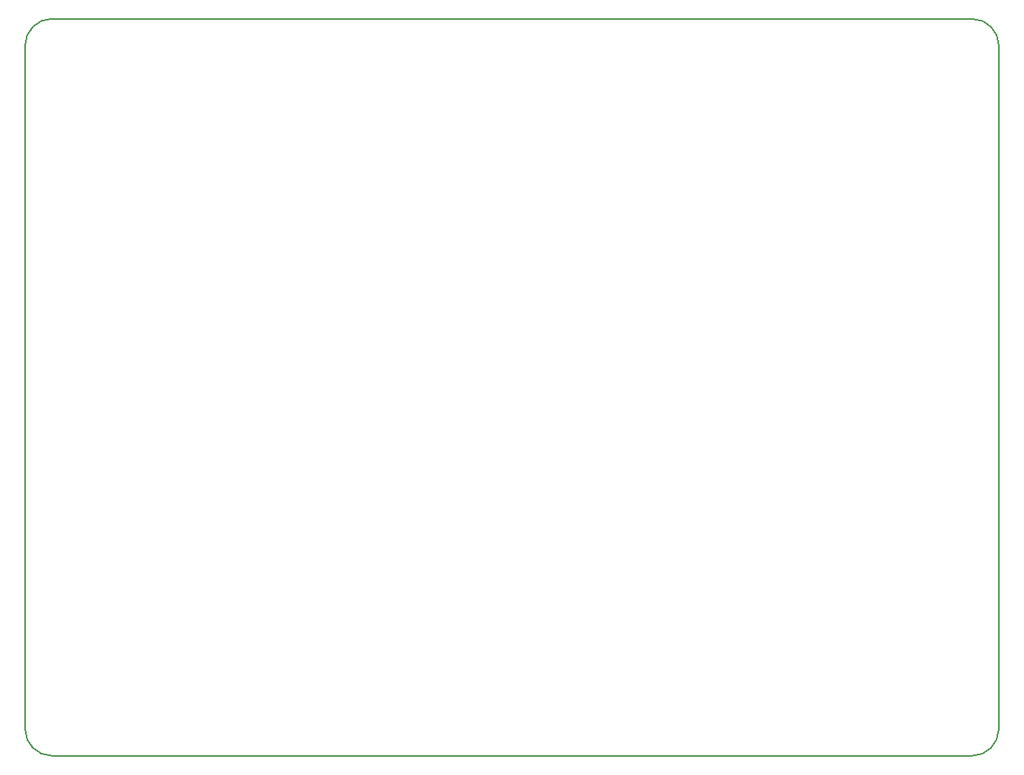
<source format=gbr>
%TF.GenerationSoftware,KiCad,Pcbnew,(6.0.4-0)*%
%TF.CreationDate,2022-07-05T10:49:52+02:00*%
%TF.ProjectId,battoota_min,62617474-6f6f-4746-915f-6d696e2e6b69,v1.0.0*%
%TF.SameCoordinates,Original*%
%TF.FileFunction,Profile,NP*%
%FSLAX46Y46*%
G04 Gerber Fmt 4.6, Leading zero omitted, Abs format (unit mm)*
G04 Created by KiCad (PCBNEW (6.0.4-0)) date 2022-07-05 10:49:52*
%MOMM*%
%LPD*%
G01*
G04 APERTURE LIST*
%TA.AperFunction,Profile*%
%ADD10C,0.150000*%
%TD*%
G04 APERTURE END LIST*
D10*
X194506343Y-57041872D02*
X296879652Y-57041872D01*
X299879728Y-60041872D02*
G75*
G03*
X296879652Y-57041872I-2999928J72D01*
G01*
X296879652Y-139095899D02*
X194506343Y-139095899D01*
X299879652Y-60041872D02*
X299879652Y-136095899D01*
X296879652Y-139095952D02*
G75*
G03*
X299879652Y-136095899I-52J3000052D01*
G01*
X191506401Y-136095899D02*
G75*
G03*
X194506343Y-139095899I2999899J-101D01*
G01*
X194506343Y-57041843D02*
G75*
G03*
X191506343Y-60041872I57J-3000057D01*
G01*
X191506343Y-136095899D02*
X191506343Y-60041872D01*
M02*

</source>
